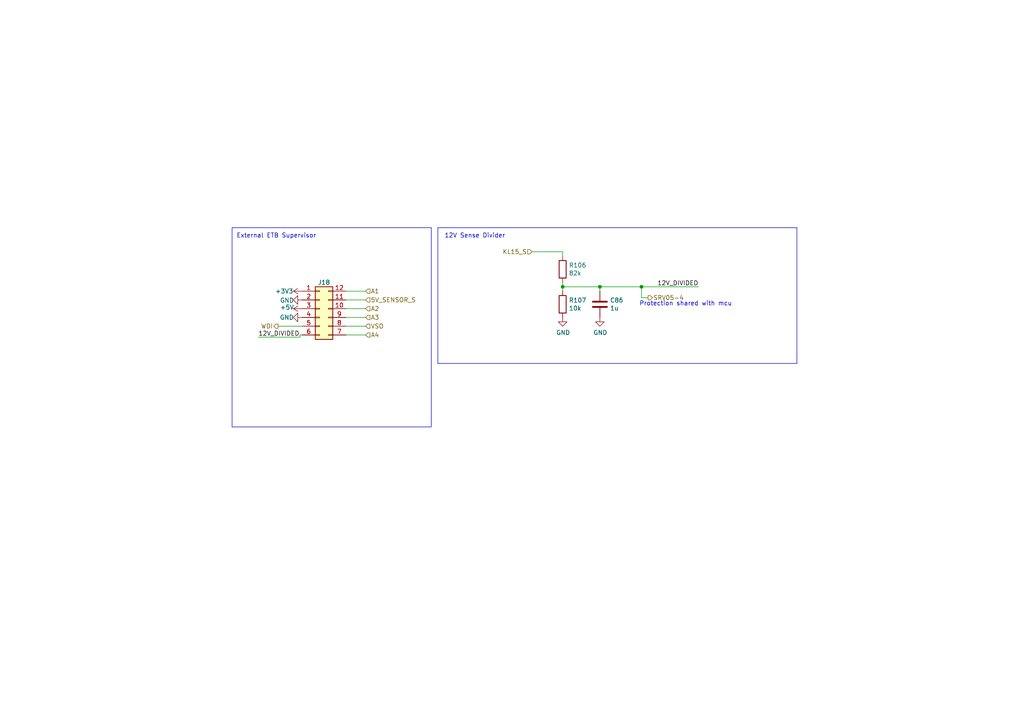
<source format=kicad_sch>
(kicad_sch (version 20230121) (generator eeschema)
  (paper "A4")
  (lib_symbols
    (symbol "Connector_Generic:Conn_02x06_Counter_Clockwise" (pin_names (offset 1.016) hide)
      (property "Reference" "J" (at 1.27 7.62 0))
      (property "Value" "Conn_02x06_Counter_Clockwise" (at 1.27 -10.16 0))
      (symbol "Conn_02x06_Counter_Clockwise_1_1"
        (rectangle (start -1.27 -7.493) (end 0 -7.747) (stroke (width 0.1524)))
        (rectangle (start -1.27 -4.953) (end 0 -5.207) (stroke (width 0.1524)))
        (rectangle (start -1.27 -2.413) (end 0 -2.667) (stroke (width 0.1524)))
        (rectangle (start -1.27 0.127) (end 0 -0.127) (stroke (width 0.1524)))
        (rectangle (start -1.27 2.667) (end 0 2.413) (stroke (width 0.1524)))
        (rectangle (start -1.27 5.207) (end 0 4.953) (stroke (width 0.1524)))
        (rectangle (start -1.27 6.35) (end 3.81 -8.89) (stroke (width 0.254)) (fill (type background)))
        (rectangle (start 3.81 -7.493) (end 2.54 -7.747) (stroke (width 0.1524)))
        (rectangle (start 3.81 -4.953) (end 2.54 -5.207) (stroke (width 0.1524)))
        (rectangle (start 3.81 -2.413) (end 2.54 -2.667) (stroke (width 0.1524)))
        (rectangle (start 3.81 0.127) (end 2.54 -0.127) (stroke (width 0.1524)))
        (rectangle (start 3.81 2.667) (end 2.54 2.413) (stroke (width 0.1524)))
        (rectangle (start 3.81 5.207) (end 2.54 4.953) (stroke (width 0.1524)))
        (pin passive line (at -5.08 5.08 0) (length 3.81) (name "Pin_1") (number "1"))
        (pin passive line (at 7.62 0 180) (length 3.81) (name "Pin_10") (number "10"))
        (pin passive line (at 7.62 2.54 180) (length 3.81) (name "Pin_11") (number "11"))
        (pin passive line (at 7.62 5.08 180) (length 3.81) (name "Pin_12") (number "12"))
        (pin passive line (at -5.08 2.54 0) (length 3.81) (name "Pin_2") (number "2"))
        (pin passive line (at -5.08 0 0) (length 3.81) (name "Pin_3") (number "3"))
        (pin passive line (at -5.08 -2.54 0) (length 3.81) (name "Pin_4") (number "4"))
        (pin passive line (at -5.08 -5.08 0) (length 3.81) (name "Pin_5") (number "5"))
        (pin passive line (at -5.08 -7.62 0) (length 3.81) (name "Pin_6") (number "6"))
        (pin passive line (at 7.62 -7.62 180) (length 3.81) (name "Pin_7") (number "7"))
        (pin passive line (at 7.62 -5.08 180) (length 3.81) (name "Pin_8") (number "8"))
        (pin passive line (at 7.62 -2.54 180) (length 3.81) (name "Pin_9") (number "9"))
      )
    )
    (symbol "Device:C" (pin_numbers hide) (pin_names (offset 0.254))
      (property "Reference" "C" (at 0.635 2.54 0))
      (property "Value" "C" (at 0.635 -2.54 0))
      (symbol "C_0_1"
        (polyline (pts (xy -2.032 -0.762) (xy 2.032 -0.762)) (stroke (width 0.508)))
        (polyline (pts (xy -2.032 0.762) (xy 2.032 0.762)) (stroke (width 0.508)))
      )
      (symbol "C_1_1"
        (pin passive line (at 0 3.81 270) (length 2.794) (name "~") (number "1"))
        (pin passive line (at 0 -3.81 90) (length 2.794) (name "~") (number "2"))
      )
    )
    (symbol "Device:R" (pin_numbers hide) (pin_names (offset 0))
      (property "Reference" "R" (at 2.032 0 90))
      (property "Value" "R" (at 0 0 90))
      (symbol "R_0_1"
        (rectangle (start -1.016 -2.54) (end 1.016 2.54) (stroke (width 0.254)))
      )
      (symbol "R_1_1"
        (pin passive line (at 0 3.81 270) (length 1.27) (name "~") (number "1"))
        (pin passive line (at 0 -3.81 90) (length 1.27) (name "~") (number "2"))
      )
    )
    (symbol "power:+5V" (power) (pin_names (offset 0))
      (property "Value" "+5V" (at 0 3.556 0))
      (symbol "+5V_0_1"
        (polyline (pts (xy -0.762 1.27) (xy 0 2.54)))
        (polyline (pts (xy 0 0) (xy 0 2.54)))
        (polyline (pts (xy 0 2.54) (xy 0.762 1.27)))
      )
      (symbol "+5V_1_1"
        (pin power_in line (at 0 0 90) (length 0) hide (name "+5V") (number "1"))
      )
    )
    (symbol "power:GND" (power) (pin_names (offset 0))
      (property "Value" "GND" (at 0 -3.81 0))
      (symbol "GND_0_1"
        (polyline (pts (xy 0 0) (xy 0 -1.27) (xy 1.27 -1.27) (xy 0 -2.54) (xy -1.27 -1.27) (xy 0 -1.27)))
      )
      (symbol "GND_1_1"
        (pin power_in line (at 0 0 270) (length 0) hide (name "GND") (number "1"))
      )
    )
    (symbol "proteus-rescue:+3.3V-power" (power) (pin_names (offset 0))
      (property "Value" "+3.3V-power" (at 0 3.556 0))
      (symbol "+3.3V-power_0_1"
        (polyline (pts (xy -0.762 1.27) (xy 0 2.54)))
        (polyline (pts (xy 0 0) (xy 0 2.54)))
        (polyline (pts (xy 0 2.54) (xy 0.762 1.27)))
      )
      (symbol "+3.3V-power_1_1"
        (pin power_in line (at 0 0 90) (length 0) hide (name "+3V3") (number "1"))
      )
    )
  )
  (junction (at 173.99 83.185))
  (junction (at 186.055 83.185))
  (junction (at 163.195 83.185))
  (wire (pts (xy 87.63 97.155) (xy 86.995 97.155)))
  (wire (pts (xy 163.195 74.295) (xy 163.195 73.025)))
  (wire (pts (xy 100.33 89.535) (xy 106.045 89.535)))
  (wire (pts (xy 154.305 73.025) (xy 163.195 73.025)))
  (wire (pts (xy 173.99 83.185) (xy 186.055 83.185)))
  (polyline (pts (xy 231.14 105.41) (xy 231.14 66.04)))
  (wire (pts (xy 163.195 83.185) (xy 163.195 84.455)))
  (wire (pts (xy 86.995 97.79) (xy 86.995 97.155)))
  (wire (pts (xy 106.045 92.075) (xy 100.33 92.075)))
  (wire (pts (xy 74.93 97.79) (xy 86.995 97.79)))
  (polyline (pts (xy 127 66.04) (xy 127 105.41)))
  (wire (pts (xy 100.33 86.995) (xy 106.045 86.995)))
  (wire (pts (xy 186.055 83.185) (xy 202.565 83.185)))
  (polyline (pts (xy 127 66.04) (xy 231.14 66.04)))
  (wire (pts (xy 100.33 97.155) (xy 106.045 97.155)))
  (polyline (pts (xy 127 105.41) (xy 231.14 105.41)))
  (wire (pts (xy 173.99 83.185) (xy 173.99 84.455)))
  (wire (pts (xy 187.96 86.36) (xy 186.055 86.36)))
  (wire (pts (xy 80.645 94.615) (xy 87.63 94.615)))
  (wire (pts (xy 163.195 83.185) (xy 173.99 83.185)))
  (wire (pts (xy 163.195 81.915) (xy 163.195 83.185)))
  (wire (pts (xy 186.055 86.36) (xy 186.055 83.185)))
  (wire (pts (xy 100.33 84.455) (xy 106.045 84.455)))
  (wire (pts (xy 100.33 94.615) (xy 106.045 94.615)))
  (rectangle (start 67.31 66.04) (end 125.095 123.825))
  (text "Protection shared with mcu" (at 185.42 88.9 0) (effects (font (size 1.27 1.27)) (justify left bottom)))
  (text "External ETB Supervisor" (at 68.58 69.215 0) (effects (font (size 1.27 1.27)) (justify left bottom)))
  (text "12V Sense Divider" (at 128.905 69.215 0) (effects (font (size 1.27 1.27)) (justify left bottom)))
  (label "12V_DIVIDED" (at 74.93 97.79 0))
  (label "12V_DIVIDED" (at 202.565 83.185 180))
  (hierarchical_label "A1" (shape input) (at 106.045 84.455 0))
  (hierarchical_label "SRV05-4" (shape output) (at 187.96 86.36 0))
  (hierarchical_label "5V_SENSOR_S" (shape input) (at 106.045 86.995 0))
  (hierarchical_label "VSO" (shape input) (at 106.045 94.615 0))
  (hierarchical_label "A4" (shape input) (at 106.045 97.155 0))
  (hierarchical_label "A3" (shape input) (at 106.045 92.075 0))
  (hierarchical_label "A2" (shape input) (at 106.045 89.535 0))
  (hierarchical_label "KL15_S" (shape input) (at 154.305 73.025 180))
  (hierarchical_label "WDI" (shape output) (at 80.645 94.615 180))
  (symbol (lib_id "power:GND") (at 163.195 92.075 0) (unit 1)
    (property "Reference" "#PWR0219" (effects hide))
    (property "Value" "GND" (at 163.322 96.4692 0))
    (instances (project "proteus" (path "" (reference "#PWR0219") (unit 1)) (path "" (reference "#PWR0312") (unit 1))))
  )
  (symbol (lib_id "Device:C") (at 173.99 88.265 0) (unit 1)
    (property "Reference" "C86" (at 176.911 87.0966 0) (effects (justify left)))
    (property "Value" "1u" (at 176.911 89.408 0) (effects (justify left)))
    (property "Footprint" "Capacitor_SMD:C_0603_1608Metric" (effects hide))
    (property "LCSC" "C15849" (effects hide))
    (property "LCSC_ext" "0" (effects hide))
    (instances (project "proteus" (path "" (reference "C86") (unit 1)) (path "" (reference "C111") (unit 1))))
  )
  (symbol (lib_id "Device:R") (at 163.195 78.105 0) (unit 1)
    (property "Reference" "R106" (at 164.973 76.9366 0) (effects (justify left)))
    (property "Value" "82k" (at 164.973 79.248 0) (effects (justify left)))
    (property "Footprint" "Resistor_SMD:R_0603_1608Metric" (effects hide))
    (property "LCSC" "C23254" (effects hide))
    (property "LCSC_ext" "0" (effects hide))
    (instances (project "proteus" (path "" (reference "R106") (unit 1)) (path "" (reference "R157") (unit 1))))
  )
  (symbol (lib_id "power:+5V") (at 87.63 89.535 90) (unit 1)
    (property "Reference" "#PWR0280" (effects hide))
    (property "Value" "+5V" (at 83.2358 89.154 90))
    (instances (project "proteus" (path "" (reference "#PWR0280") (unit 1)) (path "" (reference "#PWR0294") (unit 1)) (path "" (reference "#PWR0305") (unit 1)) (path "" (reference "#PWR0307") (unit 1))))
  )
  (symbol (lib_id "power:GND") (at 173.99 92.075 0) (unit 1)
    (property "Reference" "#PWR0221" (effects hide))
    (property "Value" "GND" (at 174.117 96.4692 0))
    (instances (project "proteus" (path "" (reference "#PWR0221") (unit 1)) (path "" (reference "#PWR0313") (unit 1))))
  )
  (symbol (lib_id "proteus-rescue:+3.3V-power") (at 87.63 84.455 90) (unit 1)
    (property "Reference" "#PWR0202" (effects hide))
    (property "Value" "+3.3V" (at 85.09 84.455 90) (effects (justify left)))
    (instances (project "proteus" (path "" (reference "#PWR0202") (unit 1)) (path "" (reference "#PWR0307") (unit 1)) (path "" (reference "#PWR0305") (unit 1))))
  )
  (symbol (lib_id "Connector_Generic:Conn_02x06_Counter_Clockwise") (at 92.71 89.535 0) (unit 1) (in_bom no)
    (property "Reference" "J18" (at 93.98 81.915 0))
    (property "Value" "Conn_02x04_Counter_Clockwise" (effects hide))
    (property "Footprint" "Connector_PinHeader_2.54mm:PinHeader_2x06_P2.54mm_Vertical" (effects hide))
    (instances (project "proteus" (path "" (reference "J18") (unit 1)) (path "" (reference "J17") (unit 1))))
  )
  (symbol (lib_id "Device:R") (at 163.195 88.265 0) (unit 1)
    (property "Reference" "R107" (at 164.973 87.0966 0) (effects (justify left)))
    (property "Value" "10k" (at 164.973 89.408 0) (effects (justify left)))
    (property "Footprint" "Resistor_SMD:R_0402_1005Metric" (effects hide))
    (property "LCSC" "C25744" (effects hide))
    (property "LCSC_ext" "0" (effects hide))
    (instances (project "proteus" (path "" (reference "R107") (unit 1)) (path "" (reference "R158") (unit 1))))
  )
  (symbol (lib_id "power:GND") (at 87.63 92.075 270) (unit 1)
    (property "Reference" "#PWR0308" (effects hide))
    (property "Value" "GND" (at 83.185 92.075 90))
  )
  (symbol (lib_id "power:GND") (at 87.63 86.995 270) (unit 1)
    (property "Reference" "#PWR0306" (effects hide))
    (property "Value" "GND" (at 83.2358 87.122 90))
  )
)
</source>
